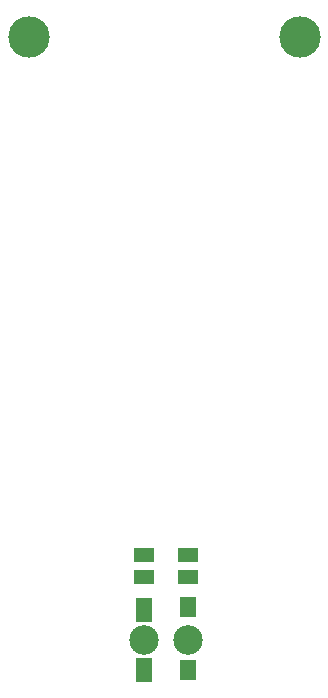
<source format=gbr>
G04 (created by PCBNEW (2013-may-18)-stable) date Вс 25 окт 2015 21:36:28*
%MOIN*%
G04 Gerber Fmt 3.4, Leading zero omitted, Abs format*
%FSLAX34Y34*%
G01*
G70*
G90*
G04 APERTURE LIST*
%ADD10C,0.00393701*%
%ADD11C,0.137795*%
%ADD12R,0.070748X0.050748*%
%ADD13R,0.0551181X0.0787402*%
%ADD14C,0.0984252*%
%ADD15R,0.0551181X0.0669291*%
G04 APERTURE END LIST*
G54D10*
G54D11*
X7081Y-10222D03*
X16137Y-10222D03*
G54D12*
X10925Y-27479D03*
X10925Y-28229D03*
X12401Y-28229D03*
X12401Y-27479D03*
G54D13*
X10925Y-31299D03*
X10925Y-29330D03*
G54D14*
X10925Y-30314D03*
G54D15*
X12401Y-31299D03*
X12401Y-29212D03*
G54D14*
X12401Y-30314D03*
M02*

</source>
